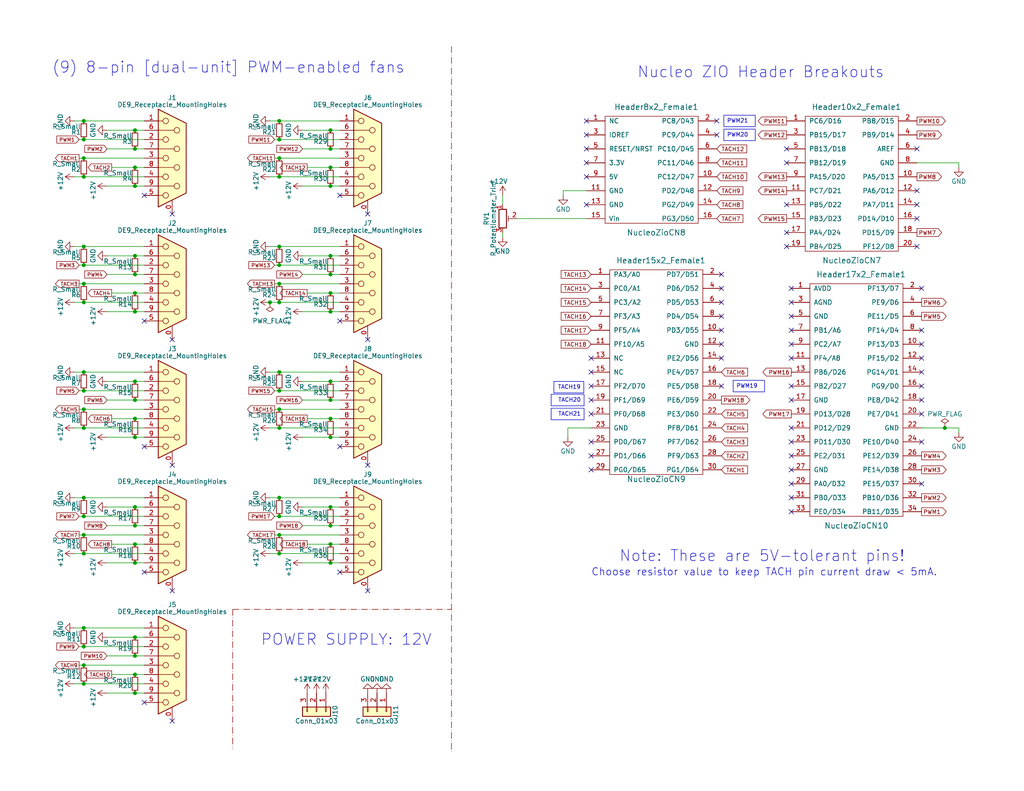
<source format=kicad_sch>
(kicad_sch (version 20230121) (generator eeschema)
  (paper "USLetter")
  (title_block (title "Fan Control Shield - Zio Headers - 9-pin dsub - DB9") (date "2018-04-08") (rev "1.1.0") (company "Chris Dougherty") (comment 1 "Author:"))
  (junction (at 76.2 77.47))
  (junction (at 22.86 72.39))
  (junction (at 22.86 43.18))
  (junction (at 36.83 114.3))
  (junction (at 76.2 111.76))
  (junction (at 36.83 153.67))
  (junction (at 36.83 104.14))
  (junction (at 76.2 135.89))
  (junction (at 90.17 74.93))
  (junction (at 76.2 106.68))
  (junction (at 73.66 82.55))
  (junction (at 36.83 138.43))
  (junction (at 90.17 119.38))
  (junction (at 36.83 189.23))
  (junction (at 76.2 101.6))
  (junction (at 76.2 151.13))
  (junction (at 22.86 181.61))
  (junction (at 76.2 43.18))
  (junction (at 36.83 35.56))
  (junction (at 22.86 106.68))
  (junction (at 36.83 85.09))
  (junction (at 76.2 67.31))
  (junction (at 76.2 116.84))
  (junction (at 90.17 138.43))
  (junction (at 90.17 109.22))
  (junction (at 22.86 48.26))
  (junction (at 36.83 184.15))
  (junction (at 90.17 45.72))
  (junction (at 22.86 77.47))
  (junction (at 22.86 67.31))
  (junction (at 90.17 35.56))
  (junction (at 257.81 116.84))
  (junction (at 76.2 33.02))
  (junction (at 36.83 143.51))
  (junction (at 36.83 148.59))
  (junction (at 90.17 69.85))
  (junction (at 36.83 109.22))
  (junction (at 22.86 140.97))
  (junction (at 36.83 80.01))
  (junction (at 90.17 114.3))
  (junction (at 22.86 33.02))
  (junction (at 90.17 80.01))
  (junction (at 90.17 85.09))
  (junction (at 36.83 69.85))
  (junction (at 22.86 176.53))
  (junction (at 22.86 151.13))
  (junction (at 36.83 74.93))
  (junction (at 22.86 82.55))
  (junction (at 36.83 179.07))
  (junction (at 76.2 72.39))
  (junction (at 22.86 111.76))
  (junction (at 76.2 146.05))
  (junction (at 90.17 153.67))
  (junction (at 22.86 135.89))
  (junction (at 90.17 143.51))
  (junction (at 90.17 50.8))
  (junction (at 90.17 40.64))
  (junction (at 36.83 173.99))
  (junction (at 36.83 119.38))
  (junction (at 36.83 45.72))
  (junction (at 76.2 48.26))
  (junction (at 22.86 146.05))
  (junction (at 22.86 171.45))
  (junction (at 76.2 82.55))
  (junction (at 90.17 104.14))
  (junction (at 76.2 140.97))
  (junction (at 90.17 148.59))
  (junction (at 76.2 38.1))
  (junction (at 36.83 50.8))
  (junction (at 22.86 186.69))
  (junction (at 22.86 116.84))
  (junction (at 36.83 40.64))
  (junction (at 22.86 101.6))
  (junction (at 22.86 38.1))
  (no_connect (at 161.29 97.79))
  (no_connect (at 196.85 74.93))
  (no_connect (at 251.46 109.22))
  (no_connect (at 250.19 55.88))
  (no_connect (at 39.37 156.21))
  (no_connect (at 215.9 109.22))
  (no_connect (at 215.9 82.55))
  (no_connect (at 215.9 78.74))
  (no_connect (at 251.46 97.79))
  (no_connect (at 215.9 124.46))
  (no_connect (at 215.9 120.65))
  (no_connect (at 215.9 132.08))
  (no_connect (at 46.99 127))
  (no_connect (at 251.46 105.41))
  (no_connect (at 215.9 105.41))
  (no_connect (at 39.37 53.34))
  (no_connect (at 195.58 33.02))
  (no_connect (at 161.29 124.46))
  (no_connect (at 214.63 44.45))
  (no_connect (at 100.33 127))
  (no_connect (at 215.9 135.89))
  (no_connect (at 196.85 82.55))
  (no_connect (at 161.29 113.03))
  (no_connect (at 92.71 53.34))
  (no_connect (at 196.85 86.36))
  (no_connect (at 215.9 90.17))
  (no_connect (at 214.63 40.64))
  (no_connect (at 250.19 40.64))
  (no_connect (at 161.29 101.6))
  (no_connect (at 161.29 105.41))
  (no_connect (at 39.37 191.77))
  (no_connect (at 160.02 44.45))
  (no_connect (at 250.19 59.69))
  (no_connect (at 214.63 67.31))
  (no_connect (at 251.46 132.08))
  (no_connect (at 46.99 92.71))
  (no_connect (at 250.19 52.07))
  (no_connect (at 161.29 109.22))
  (no_connect (at 196.85 78.74))
  (no_connect (at 251.46 120.65))
  (no_connect (at 196.85 90.17))
  (no_connect (at 251.46 90.17))
  (no_connect (at 196.85 97.79))
  (no_connect (at 251.46 93.98))
  (no_connect (at 215.9 139.7))
  (no_connect (at 161.29 120.65))
  (no_connect (at 46.99 196.85))
  (no_connect (at 215.9 86.36))
  (no_connect (at 160.02 48.26))
  (no_connect (at 160.02 36.83))
  (no_connect (at 92.71 156.21))
  (no_connect (at 46.99 161.29))
  (no_connect (at 214.63 55.88))
  (no_connect (at 215.9 93.98))
  (no_connect (at 215.9 97.79))
  (no_connect (at 160.02 40.64))
  (no_connect (at 196.85 93.98))
  (no_connect (at 100.33 58.42))
  (no_connect (at 160.02 33.02))
  (no_connect (at 100.33 161.29))
  (no_connect (at 92.71 87.63))
  (no_connect (at 46.99 58.42))
  (no_connect (at 39.37 87.63))
  (no_connect (at 161.29 128.27))
  (no_connect (at 251.46 101.6))
  (no_connect (at 196.85 105.41))
  (no_connect (at 250.19 67.31))
  (no_connect (at 39.37 121.92))
  (no_connect (at 251.46 78.74))
  (no_connect (at 215.9 128.27))
  (no_connect (at 160.02 55.88))
  (no_connect (at 100.33 92.71))
  (no_connect (at 92.71 121.92))
  (no_connect (at 195.58 36.83))
  (no_connect (at 251.46 113.03))
  (no_connect (at 215.9 116.84))
  (no_connect (at 214.63 63.5))
  (wire (pts (xy 73.66 135.89) (xy 76.2 135.89)))
  (wire (pts (xy 82.55 138.43) (xy 90.17 138.43)))
  (wire (pts (xy 30.48 45.72) (xy 36.83 45.72)))
  (wire (pts (xy 22.86 106.68) (xy 39.37 106.68)))
  (wire (pts (xy 22.86 48.26) (xy 39.37 48.26)))
  (wire (pts (xy 90.17 80.01) (xy 92.71 80.01)))
  (wire (pts (xy 20.32 186.69) (xy 22.86 186.69)))
  (wire (pts (xy 29.21 74.93) (xy 36.83 74.93)))
  (wire (pts (xy 82.55 153.67) (xy 90.17 153.67)))
  (wire (pts (xy 82.55 50.8) (xy 90.17 50.8)))
  (wire (pts (xy 82.55 35.56) (xy 90.17 35.56)))
  (wire (pts (xy 73.66 151.13) (xy 76.2 151.13)))
  (wire (pts (xy 36.83 69.85) (xy 39.37 69.85)))
  (wire (pts (xy 74.93 111.76) (xy 76.2 111.76)))
  (wire (pts (xy 22.86 77.47) (xy 39.37 77.47)))
  (wire (pts (xy 74.93 72.39) (xy 76.2 72.39)))
  (wire (pts (xy 82.55 119.38) (xy 90.17 119.38)))
  (wire (pts (xy 36.83 143.51) (xy 39.37 143.51)))
  (wire (pts (xy 90.17 85.09) (xy 92.71 85.09)))
  (wire (pts (xy 21.59 106.68) (xy 22.86 106.68)))
  (wire (pts (xy 30.48 148.59) (xy 36.83 148.59)))
  (wire (pts (xy 83.82 114.3) (xy 90.17 114.3)))
  (wire (pts (xy 20.32 33.02) (xy 22.86 33.02)))
  (wire (pts (xy 22.86 43.18) (xy 39.37 43.18)))
  (wire (pts (xy 82.55 40.64) (xy 90.17 40.64)))
  (wire (pts (xy 261.62 45.72) (xy 261.62 44.45)))
  (wire (pts (xy 90.17 40.64) (xy 92.71 40.64)))
  (wire (pts (xy 90.17 74.93) (xy 92.71 74.93)))
  (wire (pts (xy 29.21 173.99) (xy 36.83 173.99)))
  (wire (pts (xy 76.2 82.55) (xy 92.71 82.55)))
  (wire (pts (xy 29.21 119.38) (xy 36.83 119.38)))
  (wire (pts (xy 76.2 146.05) (xy 92.71 146.05)))
  (wire (pts (xy 22.86 82.55) (xy 39.37 82.55)))
  (wire (pts (xy 21.59 77.47) (xy 22.86 77.47)))
  (wire (pts (xy 261.62 44.45) (xy 250.19 44.45)))
  (wire (pts (xy 76.2 33.02) (xy 92.71 33.02)))
  (wire (pts (xy 36.83 35.56) (xy 39.37 35.56)))
  (wire (pts (xy 29.21 104.14) (xy 36.83 104.14)))
  (wire (pts (xy 30.48 184.15) (xy 36.83 184.15)))
  (wire (pts (xy 29.21 35.56) (xy 36.83 35.56)))
  (wire (pts (xy 76.2 106.68) (xy 92.71 106.68)))
  (wire (pts (xy 22.86 67.31) (xy 39.37 67.31)))
  (wire (pts (xy 22.86 33.02) (xy 39.37 33.02)))
  (wire (pts (xy 90.17 153.67) (xy 92.71 153.67)))
  (wire (pts (xy 73.66 82.55) (xy 76.2 82.55)))
  (wire (pts (xy 154.94 116.84) (xy 154.94 119.38)))
  (wire (pts (xy 22.86 171.45) (xy 39.37 171.45)))
  (wire (pts (xy 36.83 148.59) (xy 39.37 148.59)))
  (wire (pts (xy 140.97 59.69) (xy 160.02 59.69)))
  (wire (pts (xy 82.55 109.22) (xy 90.17 109.22)))
  (wire (pts (xy 22.86 116.84) (xy 39.37 116.84)))
  (wire (pts (xy 21.59 140.97) (xy 22.86 140.97)))
  (wire (pts (xy 29.21 138.43) (xy 36.83 138.43)))
  (wire (pts (xy 257.81 116.84) (xy 261.62 116.84)))
  (wire (pts (xy 76.2 67.31) (xy 92.71 67.31)))
  (wire (pts (xy 29.21 85.09) (xy 36.83 85.09)))
  (wire (pts (xy 21.59 111.76) (xy 22.86 111.76)))
  (wire (pts (xy 90.17 69.85) (xy 92.71 69.85)))
  (wire (pts (xy 90.17 35.56) (xy 92.71 35.56)))
  (wire (pts (xy 90.17 148.59) (xy 92.71 148.59)))
  (wire (pts (xy 82.55 85.09) (xy 90.17 85.09)))
  (wire (pts (xy 36.83 114.3) (xy 39.37 114.3)))
  (wire (pts (xy 20.32 151.13) (xy 22.86 151.13)))
  (wire (pts (xy 90.17 143.51) (xy 92.71 143.51)))
  (wire (pts (xy 36.83 179.07) (xy 39.37 179.07)))
  (wire (pts (xy 36.83 85.09) (xy 39.37 85.09)))
  (wire (pts (xy 29.21 50.8) (xy 36.83 50.8)))
  (wire (pts (xy 82.55 104.14) (xy 90.17 104.14)))
  (wire (pts (xy 22.86 72.39) (xy 39.37 72.39)))
  (wire (pts (xy 36.83 45.72) (xy 39.37 45.72)))
  (wire (pts (xy 22.86 140.97) (xy 39.37 140.97)))
  (wire (pts (xy 76.2 140.97) (xy 92.71 140.97)))
  (wire (pts (xy 90.17 114.3) (xy 92.71 114.3)))
  (wire (pts (xy 83.82 45.72) (xy 90.17 45.72)))
  (wire (pts (xy 36.83 119.38) (xy 39.37 119.38)))
  (wire (pts (xy 22.86 181.61) (xy 39.37 181.61)))
  (wire (pts (xy 29.21 179.07) (xy 36.83 179.07)))
  (wire (pts (xy 36.83 50.8) (xy 39.37 50.8)))
  (wire (pts (xy 74.93 106.68) (xy 76.2 106.68)))
  (wire (pts (xy 29.21 40.64) (xy 36.83 40.64)))
  (wire (pts (xy 36.83 153.67) (xy 39.37 153.67)))
  (wire (pts (xy 22.86 151.13) (xy 39.37 151.13)))
  (wire (pts (xy 22.86 135.89) (xy 39.37 135.89)))
  (wire (pts (xy 251.46 116.84) (xy 257.81 116.84)))
  (wire (pts (xy 76.2 151.13) (xy 92.71 151.13)))
  (wire (pts (xy 36.83 104.14) (xy 39.37 104.14)))
  (wire (pts (xy 74.93 38.1) (xy 76.2 38.1)))
  (wire (pts (xy 20.32 101.6) (xy 22.86 101.6)))
  (wire (pts (xy 21.59 176.53) (xy 22.86 176.53)))
  (polyline (pts (xy 63.5 166.37) (xy 63.5 204.47)) (stroke (width 0) (type dash_dot) (color 132 0 0 1)))
  (wire (pts (xy 22.86 176.53) (xy 39.37 176.53)))
  (wire (pts (xy 36.83 173.99) (xy 39.37 173.99)))
  (wire (pts (xy 74.93 43.18) (xy 76.2 43.18)))
  (wire (pts (xy 90.17 50.8) (xy 92.71 50.8)))
  (wire (pts (xy 36.83 80.01) (xy 39.37 80.01)))
  (wire (pts (xy 82.55 143.51) (xy 90.17 143.51)))
  (wire (pts (xy 74.93 140.97) (xy 76.2 140.97)))
  (wire (pts (xy 261.62 116.84) (xy 261.62 118.11)))
  (wire (pts (xy 73.66 33.02) (xy 76.2 33.02)))
  (wire (pts (xy 73.66 48.26) (xy 76.2 48.26)))
  (wire (pts (xy 160.02 52.07) (xy 153.67 52.07)))
  (wire (pts (xy 76.2 116.84) (xy 92.71 116.84)))
  (wire (pts (xy 90.17 104.14) (xy 92.71 104.14)))
  (wire (pts (xy 20.32 171.45) (xy 22.86 171.45)))
  (wire (pts (xy 22.86 186.69) (xy 39.37 186.69)))
  (wire (pts (xy 20.32 135.89) (xy 22.86 135.89)))
  (wire (pts (xy 20.32 67.31) (xy 22.86 67.31)))
  (wire (pts (xy 82.55 74.93) (xy 90.17 74.93)))
  (wire (pts (xy 36.83 74.93) (xy 39.37 74.93)))
  (wire (pts (xy 76.2 135.89) (xy 92.71 135.89)))
  (wire (pts (xy 76.2 38.1) (xy 92.71 38.1)))
  (wire (pts (xy 90.17 119.38) (xy 92.71 119.38)))
  (wire (pts (xy 22.86 146.05) (xy 39.37 146.05)))
  (wire (pts (xy 21.59 43.18) (xy 22.86 43.18)))
  (wire (pts (xy 21.59 72.39) (xy 22.86 72.39)))
  (wire (pts (xy 82.55 69.85) (xy 90.17 69.85)))
  (wire (pts (xy 76.2 77.47) (xy 92.71 77.47)))
  (wire (pts (xy 20.32 82.55) (xy 22.86 82.55)))
  (wire (pts (xy 74.93 77.47) (xy 76.2 77.47)))
  (wire (pts (xy 76.2 43.18) (xy 92.71 43.18)))
  (wire (pts (xy 22.86 111.76) (xy 39.37 111.76)))
  (wire (pts (xy 161.29 116.84) (xy 154.94 116.84)))
  (wire (pts (xy 30.48 114.3) (xy 36.83 114.3)))
  (wire (pts (xy 36.83 40.64) (xy 39.37 40.64)))
  (wire (pts (xy 21.59 146.05) (xy 22.86 146.05)))
  (wire (pts (xy 29.21 143.51) (xy 36.83 143.51)))
  (wire (pts (xy 76.2 101.6) (xy 92.71 101.6)))
  (wire (pts (xy 90.17 138.43) (xy 92.71 138.43)))
  (wire (pts (xy 21.59 181.61) (xy 22.86 181.61)))
  (polyline (pts (xy 63.5 166.37) (xy 123.19 166.37)) (stroke (width 0) (type dash_dot) (color 132 0 0 1)))
  (wire (pts (xy 73.66 101.6) (xy 76.2 101.6)))
  (wire (pts (xy 36.83 184.15) (xy 39.37 184.15)))
  (wire (pts (xy 137.16 55.88) (xy 137.16 53.34)))
  (wire (pts (xy 83.82 80.01) (xy 90.17 80.01)))
  (wire (pts (xy 90.17 45.72) (xy 92.71 45.72)))
  (wire (pts (xy 137.16 63.5) (xy 137.16 64.77)))
  (wire (pts (xy 153.67 52.07) (xy 153.67 53.34)))
  (wire (pts (xy 29.21 153.67) (xy 36.83 153.67)))
  (wire (pts (xy 22.86 101.6) (xy 39.37 101.6)))
  (wire (pts (xy 22.86 38.1) (xy 39.37 38.1)))
  (wire (pts (xy 83.82 148.59) (xy 90.17 148.59)))
  (wire (pts (xy 36.83 138.43) (xy 39.37 138.43)))
  (wire (pts (xy 76.2 72.39) (xy 92.71 72.39)))
  (wire (pts (xy 30.48 80.01) (xy 36.83 80.01)))
  (wire (pts (xy 76.2 111.76) (xy 92.71 111.76)))
  (wire (pts (xy 21.59 38.1) (xy 22.86 38.1)))
  (wire (pts (xy 29.21 69.85) (xy 36.83 69.85)))
  (wire (pts (xy 20.32 116.84) (xy 22.86 116.84)))
  (wire (pts (xy 74.93 146.05) (xy 76.2 146.05)))
  (wire (pts (xy 73.66 116.84) (xy 76.2 116.84)))
  (wire (pts (xy 36.83 189.23) (xy 39.37 189.23)))
  (polyline (pts (xy 123.19 12.7) (xy 123.19 205.74)) (stroke (width 0) (type dash_dot) (color 132 0 0 1)))
  (wire (pts (xy 29.21 109.22) (xy 36.83 109.22)))
  (wire (pts (xy 20.32 48.26) (xy 22.86 48.26)))
  (wire (pts (xy 73.66 67.31) (xy 76.2 67.31)))
  (wire (pts (xy 29.21 189.23) (xy 36.83 189.23)))
  (wire (pts (xy 36.83 109.22) (xy 39.37 109.22)))
  (wire (pts (xy 76.2 48.26) (xy 92.71 48.26)))
  (wire (pts (xy 90.17 109.22) (xy 92.71 109.22)))
  (text_box "PWM20" (at 197.5057 35.2597 0) (size 8.5635 3.1406) (effects (font (size 1.0922 1.0922)) (justify left top)))
  (text_box "PWM21" (at 197.5057 31.4497 0) (size 8.5635 3.1406) (effects (font (size 1.0922 1.0922)) (justify left top)))
  (text_box "TACH19" (at 151.13 104.14 0) (size 8.1605 3.1406) (effects (font (size 1.0922 1.0922)) (justify right top)))
  (text_box "PWM19" (at 200.0457 103.8397 0) (size 8.5635 3.1406) (effects (font (size 1.0922 1.0922)) (justify left top)))
  (text_box "TACH21" (at 150.3846 111.4597 0) (size 8.9797 3.1406) (effects (font (size 1.0922 1.0922)) (justify right top)))
  (text_box "TACH20" (at 150.3846 107.6497 0) (size 8.9797 3.1406) (effects (font (size 1.0922 1.0922)) (justify right top)))
  (text "POWER SUPPLY: 12V" (at 71.12 176.53 0) (effects (font (size 3 3)) (justify left bottom)))
  (text "(9) 8-pin [dual-unit] PWM-enabled fans" (at 110.49 20.32 0) (effects (font (size 3 3)) (justify right bottom)))
  (text "Nucleo ZIO Header Breakouts\n" (at 241.3 21.59 0) (effects (font (size 3 3)) (justify right bottom)))
  (text "Choose resistor value to keep TACH pin current draw < 5mA.\n" (at 161.29 157.48 0) (effects (font (size 2 2)) (justify left bottom)))
  (text "Note: These are 5V-tolerant pins! \n" (at 168.91 153.67 0) (effects (font (size 3 3)) (justify left bottom)))
  (global_label "PWM6" (shape input) (at 29.21 109.22 180) (effects (font (size 0.9906 0.9906))) (property "Intersheetrefs" "${INTERSHEET_REFS}" (effects hide)))
  (global_label "TACH5" (shape output) (at 21.59 111.76 180) (effects (font (size 0.9906 0.9906))) (property "Intersheetrefs" "${INTERSHEET_REFS}" (effects hide)))
  (global_label "TACH4" (shape input) (at 196.85 116.84 0) (effects (font (size 1.0922 1.0922))) (property "Intersheetrefs" "${INTERSHEET_REFS}" (effects hide)))
  (global_label "TACH6" (shape output) (at 30.48 114.3 180) (effects (font (size 0.9906 0.9906))) (property "Intersheetrefs" "${INTERSHEET_REFS}" (effects hide)))
  (global_label "TACH15" (shape output) (at 74.93 111.76 180) (effects (font (size 0.9906 0.9906))) (property "Intersheetrefs" "${INTERSHEET_REFS}" (effects hide)))
  (global_label "PWM10" (shape input) (at 29.21 179.07 180) (effects (font (size 0.9906 0.9906))) (property "Intersheetrefs" "${INTERSHEET_REFS}" (effects hide)))
  (global_label "TACH3" (shape input) (at 196.85 120.65 0) (effects (font (size 1.0922 1.0922))) (property "Intersheetrefs" "${INTERSHEET_REFS}" (effects hide)))
  (global_label "TACH2" (shape output) (at 30.48 45.72 180) (effects (font (size 0.9906 0.9906))) (property "Intersheetrefs" "${INTERSHEET_REFS}" (effects hide)))
  (global_label "PWM16" (shape output) (at 215.9 101.6 180) (effects (font (size 1.0922 1.0922))) (property "Intersheetrefs" "${INTERSHEET_REFS}" (effects hide)))
  (global_label "TACH7" (shape input) (at 195.58 59.69 0) (effects (font (size 1.0922 1.0922))) (property "Intersheetrefs" "${INTERSHEET_REFS}" (effects hide)))
  (global_label "PWM16" (shape input) (at 82.55 109.22 180) (effects (font (size 0.9906 0.9906))) (property "Intersheetrefs" "${INTERSHEET_REFS}" (effects hide)))
  (global_label "TACH8" (shape input) (at 195.58 55.88 0) (effects (font (size 1.0922 1.0922))) (property "Intersheetrefs" "${INTERSHEET_REFS}" (effects hide)))
  (global_label "TACH11" (shape input) (at 195.58 44.45 0) (effects (font (size 1.0922 1.0922))) (property "Intersheetrefs" "${INTERSHEET_REFS}" (effects hide)))
  (global_label "TACH8" (shape output) (at 30.48 148.59 180) (effects (font (size 0.9906 0.9906))) (property "Intersheetrefs" "${INTERSHEET_REFS}" (effects hide)))
  (global_label "PWM5" (shape output) (at 251.46 86.36 0) (effects (font (size 1.0922 1.0922))) (property "Intersheetrefs" "${INTERSHEET_REFS}" (effects hide)))
  (global_label "TACH2" (shape input) (at 196.85 124.46 0) (effects (font (size 1.0922 1.0922))) (property "Intersheetrefs" "${INTERSHEET_REFS}" (effects hide)))
  (global_label "TACH17" (shape output) (at 74.93 146.05 180) (effects (font (size 0.9906 0.9906))) (property "Intersheetrefs" "${INTERSHEET_REFS}" (effects hide)))
  (global_label "PWM7" (shape output) (at 250.19 63.5 0) (effects (font (size 1.0922 1.0922))) (property "Intersheetrefs" "${INTERSHEET_REFS}" (effects hide)))
  (global_label "TACH16" (shape output) (at 83.82 114.3 180) (effects (font (size 0.9906 0.9906))) (property "Intersheetrefs" "${INTERSHEET_REFS}" (effects hide)))
  (global_label "TACH13" (shape output) (at 74.93 77.47 180) (effects (font (size 0.9906 0.9906))) (property "Intersheetrefs" "${INTERSHEET_REFS}" (effects hide)))
  (global_label "TACH15" (shape input) (at 161.29 82.55 180) (effects (font (size 1.0922 1.0922))) (property "Intersheetrefs" "${INTERSHEET_REFS}" (effects hide)))
  (global_label "PWM17" (shape input) (at 74.93 140.97 180) (effects (font (size 0.9906 0.9906))) (property "Intersheetrefs" "${INTERSHEET_REFS}" (effects hide)))
  (global_label "TACH4" (shape output) (at 30.48 80.01 180) (effects (font (size 0.9906 0.9906))) (property "Intersheetrefs" "${INTERSHEET_REFS}" (effects hide)))
  (global_label "TACH14" (shape output) (at 83.82 80.01 180) (effects (font (size 0.9906 0.9906))) (property "Intersheetrefs" "${INTERSHEET_REFS}" (effects hide)))
  (global_label "PWM10" (shape output) (at 250.19 33.02 0) (effects (font (size 1.0922 1.0922))) (property "Intersheetrefs" "${INTERSHEET_REFS}" (effects hide)))
  (global_label "PWM15" (shape output) (at 214.63 59.69 180) (effects (font (size 1.0922 1.0922))) (property "Intersheetrefs" "${INTERSHEET_REFS}" (effects hide)))
  (global_label "PWM7" (shape input) (at 21.59 140.97 180) (effects (font (size 0.9906 0.9906))) (property "Intersheetrefs" "${INTERSHEET_REFS}" (effects hide)))
  (global_label "TACH10" (shape output) (at 30.48 184.15 180) (effects (font (size 0.9906 0.9906))) (property "Intersheetrefs" "${INTERSHEET_REFS}" (effects hide)))
  (global_label "TACH18" (shape input) (at 161.29 93.98 180) (effects (font (size 1.0922 1.0922))) (property "Intersheetrefs" "${INTERSHEET_REFS}" (effects hide)))
  (global_label "PWM3" (shape input) (at 21.59 72.39 180) (effects (font (size 0.9906 0.9906))) (property "Intersheetrefs" "${INTERSHEET_REFS}" (effects hide)))
  (global_label "PWM9" (shape output) (at 250.19 36.83 0) (effects (font (size 1.0922 1.0922))) (property "Intersheetrefs" "${INTERSHEET_REFS}" (effects hide)))
  (global_label "TACH1" (shape input) (at 196.85 128.27 0) (effects (font (size 1.0922 1.0922))) (property "Intersheetrefs" "${INTERSHEET_REFS}" (effects hide)))
  (global_label "PWM2" (shape input) (at 29.21 40.64 180) (effects (font (size 0.9906 0.9906))) (property "Intersheetrefs" "${INTERSHEET_REFS}" (effects hide)))
  (global_label "TACH16" (shape input) (at 161.29 86.36 180) (effects (font (size 1.0922 1.0922))) (property "Intersheetrefs" "${INTERSHEET_REFS}" (effects hide)))
  (global_label "PWM13" (shape output) (at 214.63 48.26 180) (effects (font (size 1.0922 1.0922))) (property "Intersheetrefs" "${INTERSHEET_REFS}" (effects hide)))
  (global_label "TACH11" (shape output) (at 74.93 43.18 180) (effects (font (size 0.9906 0.9906))) (property "Intersheetrefs" "${INTERSHEET_REFS}" (effects hide)))
  (global_label "TACH5" (shape input) (at 196.85 113.03 0) (effects (font (size 1.0922 1.0922))) (property "Intersheetrefs" "${INTERSHEET_REFS}" (effects hide)))
  (global_label "TACH10" (shape input) (at 195.58 48.26 0) (effects (font (size 1.0922 1.0922))) (property "Intersheetrefs" "${INTERSHEET_REFS}" (effects hide)))
  (global_label "PWM9" (shape input) (at 21.59 176.53 180) (effects (font (size 0.9906 0.9906))) (property "Intersheetrefs" "${INTERSHEET_REFS}" (effects hide)))
  (global_label "PWM2" (shape output) (at 251.46 135.89 0) (effects (font (size 1.0922 1.0922))) (property "Intersheetrefs" "${INTERSHEET_REFS}" (effects hide)))
  (global_label "TACH17" (shape input) (at 161.29 90.17 180) (effects (font (size 1.0922 1.0922))) (property "Intersheetrefs" "${INTERSHEET_REFS}" (effects hide)))
  (global_label "TACH14" (shape input) (at 161.29 78.74 180) (effects (font (size 1.0922 1.0922))) (property "Intersheetrefs" "${INTERSHEET_REFS}" (effects hide)))
  (global_label "PWM8" (shape input) (at 29.21 143.51 180) (effects (font (size 0.9906 0.9906))) (property "Intersheetrefs" "${INTERSHEET_REFS}" (effects hide)))
  (global_label "TACH9" (shape input) (at 195.58 52.07 0) (effects (font (size 1.0922 1.0922))) (property "Intersheetrefs" "${INTERSHEET_REFS}" (effects hide)))
  (global_label "TACH9" (shape output) (at 21.59 181.61 180) (effects (font (size 0.9906 0.9906))) (property "Intersheetrefs" "${INTERSHEET_REFS}" (effects hide)))
  (global_label "PWM8" (shape output) (at 250.19 48.26 0) (effects (font (size 1.0922 1.0922))) (property "Intersheetrefs" "${INTERSHEET_REFS}" (effects hide)))
  (global_label "PWM6" (shape output) (at 251.46 82.55 0) (effects (font (size 1.0922 1.0922))) (property "Intersheetrefs" "${INTERSHEET_REFS}" (effects hide)))
  (global_label "PWM14" (shape input) (at 82.55 74.93 180) (effects (font (size 0.9906 0.9906))) (property "Intersheetrefs" "${INTERSHEET_REFS}" (effects hide)))
  (global_label "PWM1" (shape output) (at 251.46 139.7 0) (effects (font (size 1.0922 1.0922))) (property "Intersheetrefs" "${INTERSHEET_REFS}" (effects hide)))
  (global_label "PWM12" (shape output) (at 214.63 36.83 180) (effects (font (size 1.0922 1.0922))) (property "Intersheetrefs" "${INTERSHEET_REFS}" (effects hide)))
  (global_label "PWM13" (shape input) (at 74.93 72.39 180) (effects (font (size 0.9906 0.9906))) (property "Intersheetrefs" "${INTERSHEET_REFS}" (effects hide)))
  (global_label "PWM12" (shape input) (at 82.55 40.64 180) (effects (font (size 0.9906 0.9906))) (property "Intersheetrefs" "${INTERSHEET_REFS}" (effects hide)))
  (global_label "TACH18" (shape output) (at 83.82 148.59 180) (effects (font (size 0.9906 0.9906))) (property "Intersheetrefs" "${INTERSHEET_REFS}" (effects hide)))
  (global_label "PWM17" (shape output) (at 215.9 113.03 180) (effects (font (size 1.0922 1.0922))) (property "Intersheetrefs" "${INTERSHEET_REFS}" (effects hide)))
  (global_label "PWM5" (shape input) (at 21.59 106.68 180) (effects (font (size 0.9906 0.9906))) (property "Intersheetrefs" "${INTERSHEET_REFS}" (effects hide)))
  (global_label "PWM11" (shape input) (at 74.93 38.1 180) (effects (font (size 0.9906 0.9906))) (property "Intersheetrefs" "${INTERSHEET_REFS}" (effects hide)))
  (global_label "PWM14" (shape output) (at 214.63 52.07 180) (effects (font (size 1.0922 1.0922))) (property "Intersheetrefs" "${INTERSHEET_REFS}" (effects hide)))
  (global_label "TACH12" (shape input) (at 195.58 40.64 0) (effects (font (size 1.0922 1.0922))) (property "Intersheetrefs" "${INTERSHEET_REFS}" (effects hide)))
  (global_label "PWM18" (shape output) (at 196.85 109.22 0) (effects (font (size 1.0922 1.0922))) (property "Intersheetrefs" "${INTERSHEET_REFS}" (effects hide)))
  (global_label "TACH13" (shape input) (at 161.29 74.93 180) (effects (font (size 1.0922 1.0922))) (property "Intersheetrefs" "${INTERSHEET_REFS}" (effects hide)))
  (global_label "PWM3" (shape output) (at 251.46 128.27 0) (effects (font (size 1.0922 1.0922))) (property "Intersheetrefs" "${INTERSHEET_REFS}" (effects hide)))
  (global_label "PWM4" (shape output) (at 251.46 124.46 0) (effects (font (size 1.0922 1.0922))) (property "Intersheetrefs" "${INTERSHEET_REFS}" (effects hide)))
  (global_label "TACH7" (shape output) (at 21.59 146.05 180) (effects (font (size 0.9906 0.9906))) (property "Intersheetrefs" "${INTERSHEET_REFS}" (effects hide)))
  (global_label "PWM1" (shape input) (at 21.59 38.1 180) (effects (font (size 0.9906 0.9906))) (property "Intersheetrefs" "${INTERSHEET_REFS}" (effects hide)))
  (global_label "TACH6" (shape input) (at 196.85 101.6 0) (effects (font (size 1.0922 1.0922))) (property "Intersheetrefs" "${INTERSHEET_REFS}" (effects hide)))
  (global_label "PWM4" (shape input) (at 29.21 74.93 180) (effects (font (size 0.9906 0.9906))) (property "Intersheetrefs" "${INTERSHEET_REFS}" (effects hide)))
  (global_label "PWM15" (shape input) (at 74.93 106.68 180) (effects (font (size 0.9906 0.9906))) (property "Intersheetrefs" "${INTERSHEET_REFS}" (effects hide)))
  (global_label "PWM11" (shape output) (at 214.63 33.02 180) (effects (font (size 1.0922 1.0922))) (property "Intersheetrefs" "${INTERSHEET_REFS}" (effects hide)))
  (global_label "PWM18" (shape input) (at 82.55 143.51 180) (effects (font (size 0.9906 0.9906))) (property "Intersheetrefs" "${INTERSHEET_REFS}" (effects hide)))
  (global_label "TACH12" (shape output) (at 83.82 45.72 180) (effects (font (size 0.9906 0.9906))) (property "Intersheetrefs" "${INTERSHEET_REFS}" (effects hide)))
  (global_label "TACH3" (shape output) (at 21.59 77.47 180) (effects (font (size 0.9906 0.9906))) (property "Intersheetrefs" "${INTERSHEET_REFS}" (effects hide)))
  (global_label "TACH1" (shape output) (at 21.59 43.18 180) (effects (font (size 0.9906 0.9906))) (property "Intersheetrefs" "${INTERSHEET_REFS}" (effects hide)))
  (symbol (lib_id "Nucleo_ZIO_cn8:NucleoZioCN8") (at 190.5 85.09 0) (unit 1)
    (property "Reference" "Header8x2_Female1" (at 179.07 29.21 0) (effects (font (size 1.524 1.524))))
    (property "Value" "NucleoZioCN8" (at 179.07 63.5 0) (effects (font (size 1.524 1.524))))
    (property "Footprint" "Nucleo:Socket_Strip_Straight_2x08_Pitch2.54mm" (effects hide))
  )
  (symbol (lib_id "Nucleo_ZIO_cn9:NucleoZioCN9") (at 191.77 127 0) (unit 1)
    (property "Reference" "Header15x2_Female1" (at 180.34 71.12 0) (effects (font (size 1.524 1.524))))
    (property "Value" "NucleoZioCN9" (at 179.07 130.81 0) (effects (font (size 1.524 1.524))))
    (property "Footprint" "Nucleo:Socket_Strip_Straight_2x15_Pitch2.54mm" (effects hide))
  )
  (symbol (lib_id "Nucleo_ZIO_cn7:NucleoZioCN7") (at 245.11 85.09 0) (unit 1)
    (property "Reference" "Header10x2_Female1" (at 233.68 29.21 0) (effects (font (size 1.524 1.524))))
    (property "Value" "NucleoZioCN7" (at 232.41 71.12 0) (effects (font (size 1.524 1.524))))
    (property "Footprint" "Nucleo:Socket_Strip_Straight_2x10_Pitch2.54mm" (effects hide))
  )
  (symbol (lib_id "Nucleo_ZIO_cn10:NucleoZioCN10") (at 246.38 130.81 0) (unit 1)
    (property "Reference" "Header17x2_Female1" (at 234.95 74.93 0) (effects (font (size 1.524 1.524))))
    (property "Value" "NucleoZioCN10" (at 233.68 143.51 0) (effects (font (size 1.524 1.524))))
    (property "Footprint" "Nucleo:Socket_Strip_Straight_2x17_Pitch2.54mm" (effects hide))
  )
  (symbol (lib_id "power:GND") (at 261.62 45.72 0) (unit 1)
    (property "Reference" "#PWR01" (effects hide))
    (property "Value" "GND" (at 261.62 49.53 0))
  )
  (symbol (lib_id "power:GND") (at 153.67 53.34 0) (unit 1)
    (property "Reference" "#PWR02" (effects hide))
    (property "Value" "GND" (at 153.67 57.15 0))
  )
  (symbol (lib_id "power:GND") (at 154.94 119.38 0) (unit 1)
    (property "Reference" "#PWR03" (effects hide))
    (property "Value" "GND" (at 154.94 123.19 0))
  )
  (symbol (lib_id "power:GND") (at 261.62 118.11 0) (unit 1)
    (property "Reference" "#PWR04" (effects hide))
    (property "Value" "GND" (at 261.62 121.92 0))
  )
  (symbol (lib_id "Device:R_Potentiometer_Trim") (at 137.16 59.69 0) (unit 1)
    (property "Reference" "RV1" (at 132.715 59.69 90))
    (property "Value" "R_Potentiometer_Trim" (at 134.62 59.69 90))
    (property "Footprint" "Potentiometer_THT:Potentiometer_Bourns_3266Y_Vertical" (effects hide))
  )
  (symbol (lib_id "power:GND") (at 137.16 64.77 0) (unit 1)
    (property "Reference" "#PWR05" (effects hide))
    (property "Value" "GND" (at 137.16 68.58 0))
  )
  (symbol (lib_id "power:+12V") (at 137.16 53.34 0) (unit 1)
    (property "Reference" "#PWR06" (effects hide))
    (property "Value" "+12V" (at 135.89 49.53 0))
  )
  (symbol (lib_id "Connector:DE9_Receptacle_MountingHoles") (at 46.99 43.18 0) (unit 1)
    (property "Reference" "J1" (at 46.99 26.67 0))
    (property "Value" "DE9_Receptacle_MountingHoles" (at 46.99 28.575 0))
    (property "Footprint" "Package_FAWT:DSUB-9_Female_Vertical_P2.77x2.84mm_MountingHoles" (effects hide))
    (property "Datasheet" " ~" (effects hide))
  )
  (symbol (lib_id "power:GND") (at 20.32 33.02 270) (unit 1)
    (property "Reference" "#PWR07" (effects hide))
    (property "Value" "GND" (at 16.51 33.02 0))
  )
  (symbol (lib_id "Device:R_Small") (at 36.83 48.26 180) (unit 1)
    (property "Reference" "R4" (at 36.068 48.768 0) (effects (justify left)))
    (property "Value" "R_Small" (at 36.068 47.244 0) (effects (justify left)))
    (property "Footprint" "Resistors_SMD:R_1206_HandSoldering" (effects hide))
  )
  (symbol (lib_id "Device:R_Small") (at 22.86 45.72 180) (unit 1)
    (property "Reference" "R2" (at 22.098 46.228 0) (effects (justify left)))
    (property "Value" "R_Small" (at 22.098 44.704 0) (effects (justify left)))
    (property "Footprint" "Resistors_SMD:R_1206_HandSoldering" (effects hide))
  )
  (symbol (lib_id "Device:R_Small") (at 22.86 35.56 180) (unit 1)
    (property "Reference" "R1" (at 22.098 36.068 0) (effects (justify left)))
    (property "Value" "R_Small" (at 22.098 34.544 0) (effects (justify left)))
    (property "Footprint" "Resistors_SMD:R_1206_HandSoldering" (effects hide))
  )
  (symbol (lib_id "Device:R_Small") (at 36.83 38.1 180) (unit 1)
    (property "Reference" "R3" (at 36.068 38.608 0) (effects (justify left)))
    (property "Value" "R_Small" (at 36.068 37.084 0) (effects (justify left)))
    (property "Footprint" "Resistors_SMD:R_1206_HandSoldering" (effects hide))
  )
  (symbol (lib_id "power:+12V") (at 20.32 48.26 90) (unit 1)
    (property "Reference" "#PWR08" (effects hide))
    (property "Value" "+12V" (at 16.51 49.53 0))
  )
  (symbol (lib_id "power:GND") (at 29.21 35.56 270) (unit 1)
    (property "Reference" "#PWR09" (effects hide))
    (property "Value" "GND" (at 25.4 35.56 0))
  )
  (symbol (lib_id "power:+12V") (at 29.21 50.8 90) (unit 1)
    (property "Reference" "#PWR010" (effects hide))
    (property "Value" "+12V" (at 25.4 52.07 0))
  )
  (symbol (lib_id "Connector:DE9_Receptacle_MountingHoles") (at 46.99 77.47 0) (unit 1)
    (property "Reference" "J2" (at 46.99 60.96 0))
    (property "Value" "DE9_Receptacle_MountingHoles" (at 46.99 62.865 0))
    (property "Footprint" "Package_FAWT:DSUB-9_Female_Vertical_P2.77x2.84mm_MountingHoles" (effects hide))
    (property "Datasheet" " ~" (effects hide))
  )
  (symbol (lib_id "Device:R_Small") (at 36.83 82.55 180) (unit 1)
    (property "Reference" "R14" (at 36.068 83.058 0) (effects (justify left)))
    (property "Value" "R_Small" (at 36.068 81.534 0) (effects (justify left)))
    (property "Footprint" "Resistors_SMD:R_1206_HandSoldering" (effects hide))
  )
  (symbol (lib_id "Device:R_Small") (at 22.86 80.01 180) (unit 1)
    (property "Reference" "R6" (at 22.098 80.518 0) (effects (justify left)))
    (property "Value" "R_Small" (at 22.098 78.994 0) (effects (justify left)))
    (property "Footprint" "Resistors_SMD:R_1206_HandSoldering" (effects hide))
  )
  (symbol (lib_id "Device:R_Small") (at 22.86 69.85 180) (unit 1)
    (property "Reference" "R5" (at 22.098 70.358 0) (effects (justify left)))
    (property "Value" "R_Small" (at 22.098 68.834 0) (effects (justify left)))
    (property "Footprint" "Resistors_SMD:R_1206_HandSoldering" (effects hide))
  )
  (symbol (lib_id "Device:R_Small") (at 36.83 72.39 180) (unit 1)
    (property "Reference" "R13" (at 36.068 72.898 0) (effects (justify left)))
    (property "Value" "R_Small" (at 36.068 71.374 0) (effects (justify left)))
    (property "Footprint" "Resistors_SMD:R_1206_HandSoldering" (effects hide))
  )
  (symbol (lib_id "power:GND") (at 20.32 67.31 270) (unit 1)
    (property "Reference" "#PWR011" (effects hide))
    (property "Value" "GND" (at 16.51 67.31 0))
  )
  (symbol (lib_id "power:+12V") (at 20.32 82.55 90) (unit 1)
    (property "Reference" "#PWR012" (effects hide))
    (property "Value" "+12V" (at 16.51 83.82 0))
  )
  (symbol (lib_id "power:GND") (at 29.21 69.85 270) (unit 1)
    (property "Reference" "#PWR013" (effects hide))
    (property "Value" "GND" (at 25.4 69.85 0))
  )
  (symbol (lib_id "power:+12V") (at 29.21 85.09 90) (unit 1)
    (property "Reference" "#PWR014" (effects hide))
    (property "Value" "+12V" (at 25.4 86.36 0))
  )
  (symbol (lib_id "Connector:DE9_Receptacle_MountingHoles") (at 46.99 111.76 0) (unit 1)
    (property "Reference" "J3" (at 46.99 95.25 0))
    (property "Value" "DE9_Receptacle_MountingHoles" (at 46.99 97.155 0))
    (property "Footprint" "Package_FAWT:DSUB-9_Female_Vertical_P2.77x2.84mm_MountingHoles" (effects hide))
    (property "Datasheet" " ~" (effects hide))
  )
  (symbol (lib_id "Device:R_Small") (at 36.83 116.84 180) (unit 1)
    (property "Reference" "R16" (at 36.068 117.348 0) (effects (justify left)))
    (property "Value" "R_Small" (at 36.068 115.824 0) (effects (justify left)))
    (property "Footprint" "Resistors_SMD:R_1206_HandSoldering" (effects hide))
  )
  (symbol (lib_id "Device:R_Small") (at 22.86 114.3 180) (unit 1)
    (property "Reference" "R8" (at 22.098 114.808 0) (effects (justify left)))
    (property "Value" "R_Small" (at 22.098 113.284 0) (effects (justify left)))
    (property "Footprint" "Resistors_SMD:R_1206_HandSoldering" (effects hide))
  )
  (symbol (lib_id "Device:R_Small") (at 22.86 104.14 180) (unit 1)
    (property "Reference" "R7" (at 22.098 104.648 0) (effects (justify left)))
    (property "Value" "R_Small" (at 22.098 103.124 0) (effects (justify left)))
    (property "Footprint" "Resistors_SMD:R_1206_HandSoldering" (effects hide))
  )
  (symbol (lib_id "Device:R_Small") (at 36.83 106.68 180) (unit 1)
    (property "Reference" "R15" (at 36.068 107.188 0) (effects (justify left)))
    (property "Value" "R_Small" (at 36.068 105.664 0) (effects (justify left)))
    (property "Footprint" "Resistors_SMD:R_1206_HandSoldering" (effects hide))
  )
  (symbol (lib_id "power:GND") (at 20.32 101.6 270) (unit 1)
    (property "Reference" "#PWR015" (effects hide))
    (property "Value" "GND" (at 16.51 101.6 0))
  )
  (symbol (lib_id "power:+12V") (at 20.32 116.84 90) (unit 1)
    (property "Reference" "#PWR016" (effects hide))
    (property "Value" "+12V" (at 16.51 118.11 0))
  )
  (symbol (lib_id "power:GND") (at 29.21 104.14 270) (unit 1)
    (property "Reference" "#PWR017" (effects hide))
    (property "Value" "GND" (at 25.4 104.14 0))
  )
  (symbol (lib_id "power:+12V") (at 29.21 119.38 90) (unit 1)
    (property "Reference" "#PWR018" (effects hide))
    (property "Value" "+12V" (at 25.4 120.65 0))
  )
  (symbol (lib_id "Connector:DE9_Receptacle_MountingHoles") (at 46.99 146.05 0) (unit 1)
    (property "Reference" "J4" (at 46.99 129.54 0))
    (property "Value" "DE9_Receptacle_MountingHoles" (at 46.99 131.445 0))
    (property "Footprint" "Package_FAWT:DSUB-9_Female_Vertical_P2.77x2.84mm_MountingHoles" (effects hide))
    (property "Datasheet" " ~" (effects hide))
  )
  (symbol (lib_id "Device:R_Small") (at 36.83 151.13 180) (unit 1)
    (property "Reference" "R18" (at 36.068 151.638 0) (effects (justify left)))
    (property "Value" "R_Small" (at 36.068 150.114 0) (effects (justify left)))
    (property "Footprint" "Resistors_SMD:R_1206_HandSoldering" (effects hide))
  )
  (symbol (lib_id "Device:R_Small") (at 22.86 148.59 180) (unit 1)
    (property "Reference" "R10" (at 22.098 149.098 0) (effects (justify left)))
    (property "Value" "R_Small" (at 22.098 147.574 0) (effects (justify left)))
    (property "Footprint" "Resistors_SMD:R_1206_HandSoldering" (effects hide))
  )
  (symbol (lib_id "Device:R_Small") (at 22.86 138.43 180) (unit 1)
    (property "Reference" "R9" (at 22.098 138.938 0) (effects (justify left)))
    (property "Value" "R_Small" (at 22.098 137.414 0) (effects (justify left)))
    (property "Footprint" "Resistors_SMD:R_1206_HandSoldering" (effects hide))
  )
  (symbol (lib_id "Device:R_Small") (at 36.83 140.97 180) (unit 1)
    (property "Reference" "R17" (at 36.068 141.478 0) (effects (justify left)))
    (property "Value" "R_Small" (at 36.068 139.954 0) (effects (justify left)))
    (property "Footprint" "Resistors_SMD:R_1206_HandSoldering" (effects hide))
  )
  (symbol (lib_id "power:GND") (at 20.32 135.89 270) (unit 1)
    (property "Reference" "#PWR019" (effects hide))
    (property "Value" "GND" (at 16.51 135.89 0))
  )
  (symbol (lib_id "power:+12V") (at 20.32 151.13 90) (unit 1)
    (property "Reference" "#PWR020" (effects hide))
    (property "Value" "+12V" (at 16.51 152.4 0))
  )
  (symbol (lib_id "power:GND") (at 29.21 138.43 270) (unit 1)
    (property "Reference" "#PWR021" (effects hide))
    (property "Value" "GND" (at 25.4 138.43 0))
  )
  (symbol (lib_id "power:+12V") (at 29.21 153.67 90) (unit 1)
    (property "Reference" "#PWR022" (effects hide))
    (property "Value" "+12V" (at 25.4 154.94 0))
  )
  (symbol (lib_id "Connector:DE9_Receptacle_MountingHoles") (at 46.99 181.61 0) (unit 1)
    (property "Reference" "J5" (at 46.99 165.1 0))
    (property "Value" "DE9_Receptacle_MountingHoles" (at 46.99 167.005 0))
    (property "Footprint" "Package_FAWT:DSUB-9_Female_Vertical_P2.77x2.84mm_MountingHoles" (effects hide))
    (property "Datasheet" " ~" (effects hide))
  )
  (symbol (lib_id "Device:R_Small") (at 36.83 186.69 180) (unit 1)
    (property "Reference" "R20" (at 36.068 187.198 0) (effects (justify left)))
    (property "Value" "R_Small" (at 36.068 185.674 0) (effects (justify left)))
    (property "Footprint" "Resistors_SMD:R_1206_HandSoldering" (effects hide))
  )
  (symbol (lib_id "Device:R_Small") (at 22.86 184.15 180) (unit 1)
    (property "Reference" "R12" (at 22.098 184.658 0) (effects (justify left)))
    (property "Value" "R_Small" (at 22.098 183.134 0) (effects (justify left)))
    (property "Footprint" "Resistors_SMD:R_1206_HandSoldering" (effects hide))
  )
  (symbol (lib_id "Device:R_Small") (at 22.86 173.99 180) (unit 1)
    (property "Reference" "R11" (at 22.098 174.498 0) (effects (justify left)))
    (property "Value" "R_Small" (at 22.098 172.974 0) (effects (justify left)))
    (property "Footprint" "Resistors_SMD:R_1206_HandSoldering" (effects hide))
  )
  (symbol (lib_id "Device:R_Small") (at 36.83 176.53 180) (unit 1)
    (property "Reference" "R19" (at 36.068 177.038 0) (effects (justify left)))
    (property "Value" "R_Small" (at 36.068 175.514 0) (effects (justify left)))
    (property "Footprint" "Resistors_SMD:R_1206_HandSoldering" (effects hide))
  )
  (symbol (lib_id "power:GND") (at 20.32 171.45 270) (unit 1)
    (property "Reference" "#PWR023" (effects hide))
    (property "Value" "GND" (at 16.51 171.45 0))
  )
  (symbol (lib_id "power:+12V") (at 20.32 186.69 90) (unit 1)
    (property "Reference" "#PWR024" (effects hide))
    (property "Value" "+12V" (at 16.51 187.96 0))
  )
  (symbol (lib_id "power:GND") (at 29.21 173.99 270) (unit 1)
    (property "Reference" "#PWR025" (effects hide))
    (property "Value" "GND" (at 25.4 173.99 0))
  )
  (symbol (lib_id "power:+12V") (at 29.21 189.23 90) (unit 1)
    (property "Reference" "#PWR026" (effects hide))
    (property "Value" "+12V" (at 25.4 190.5 0))
  )
  (symbol (lib_id "Connector:DE9_Receptacle_MountingHoles") (at 100.33 43.18 0) (unit 1)
    (property "Reference" "J6" (at 100.33 26.67 0))
    (property "Value" "DE9_Receptacle_MountingHoles" (at 100.33 28.575 0))
    (property "Footprint" "Package_FAWT:DSUB-9_Female_Vertical_P2.77x2.84mm_MountingHoles" (effects hide))
    (property "Datasheet" " ~" (effects hide))
  )
  (symbol (lib_id "Device:R_Small") (at 90.17 48.26 180) (unit 1)
    (property "Reference" "R30" (at 89.408 48.768 0) (effects (justify left)))
    (property "Value" "R_Small" (at 89.408 47.244 0) (effects (justify left)))
    (property "Footprint" "Resistors_SMD:R_1206_HandSoldering" (effects hide))
  )
  (symbol (lib_id "Device:R_Small") (at 76.2 45.72 180) (unit 1)
    (property "Reference" "R22" (at 75.438 46.228 0) (effects (justify left)))
    (property "Value" "R_Small" (at 75.438 44.704 0) (effects (justify left)))
    (property "Footprint" "Resistors_SMD:R_1206_HandSoldering" (effects hide))
  )
  (symbol (lib_id "Device:R_Small") (at 76.2 35.56 180) (unit 1)
    (property "Reference" "R21" (at 75.438 36.068 0) (effects (justify left)))
    (property "Value" "R_Small" (at 75.438 34.544 0) (effects (justify left)))
    (property "Footprint" "Resistors_SMD:R_1206_HandSoldering" (effects hide))
  )
  (symbol (lib_id "Device:R_Small") (at 90.17 38.1 180) (unit 1)
    (property "Reference" "R29" (at 89.408 38.608 0) (effects (justify left)))
    (property "Value" "R_Small" (at 89.408 37.084 0) (effects (justify left)))
    (property "Footprint" "Resistors_SMD:R_1206_HandSoldering" (effects hide))
  )
  (symbol (lib_id "power:GND") (at 73.66 33.02 270) (unit 1)
    (property "Reference" "#PWR027" (effects hide))
    (property "Value" "GND" (at 69.85 33.02 0))
  )
  (symbol (lib_id "power:+12V") (at 73.66 48.26 90) (unit 1)
    (property "Reference" "#PWR028" (effects hide))
    (property "Value" "+12V" (at 69.85 49.53 0))
  )
  (symbol (lib_id "power:GND") (at 82.55 35.56 270) (unit 1)
    (property "Reference" "#PWR029" (effects hide))
    (property "Value" "GND" (at 78.74 35.56 0))
  )
  (symbol (lib_id "power:+12V") (at 82.55 50.8 90) (unit 1)
    (property "Reference" "#PWR030" (effects hide))
    (property "Value" "+12V" (at 78.74 52.07 0))
  )
  (symbol (lib_id "Connector:DE9_Receptacle_MountingHoles") (at 100.33 77.47 0) (unit 1)
    (property "Reference" "J7" (at 100.33 60.96 0))
    (property "Value" "DE9_Receptacle_MountingHoles" (at 100.33 62.865 0))
    (property "Footprint" "Package_FAWT:DSUB-9_Female_Vertical_P2.77x2.84mm_MountingHoles" (effects hide))
    (property "Datasheet" " ~" (effects hide))
  )
  (symbol (lib_id "Device:R_Small") (at 90.17 82.55 180) (unit 1)
    (property "Reference" "R32" (at 89.408 83.058 0) (effects (justify left)))
    (property "Value" "R_Small" (at 89.408 81.534 0) (effects (justify left)))
    (property "Footprint" "Resistors_SMD:R_1206_HandSoldering" (effects hide))
  )
  (symbol (lib_id "Device:R_Small") (at 76.2 80.01 180) (unit 1)
    (property "Reference" "R24" (at 75.438 80.518 0) (effects (justify left)))
    (property "Value" "R_Small" (at 75.438 78.994 0) (effects (justify left)))
    (property "Footprint" "Resistors_SMD:R_1206_HandSoldering" (effects hide))
  )
  (symbol (lib_id "Device:R_Small") (at 76.2 69.85 180) (unit 1)
    (property "Reference" "R23" (at 75.438 70.358 0) (effects (justify left)))
    (property "Value" "R_Small" (at 75.438 68.834 0) (effects (justify left)))
    (property "Footprint" "Resistors_SMD:R_1206_HandSoldering" (effects hide))
  )
  (symbol (lib_id "Device:R_Small") (at 90.17 72.39 180) (unit 1)
    (property "Reference" "R31" (at 89.408 72.898 0) (effects (justify left)))
    (property "Value" "R_Small" (at 89.408 71.374 0) (effects (justify left)))
    (property "Footprint" "Resistors_SMD:R_1206_HandSoldering" (effects hide))
  )
  (symbol (lib_id "power:GND") (at 73.66 67.31 270) (unit 1)
    (property "Reference" "#PWR031" (effects hide))
    (property "Value" "GND" (at 69.85 67.31 0))
  )
  (symbol (lib_id "power:+12V") (at 73.66 82.55 90) (unit 1)
    (property "Reference" "#PWR032" (effects hide))
    (property "Value" "+12V" (at 69.85 83.82 0))
  )
  (symbol (lib_id "power:GND") (at 82.55 69.85 270) (unit 1)
    (property "Reference" "#PWR033" (effects hide))
    (property "Value" "GND" (at 78.74 69.85 0))
  )
  (symbol (lib_id "power:+12V") (at 82.55 85.09 90) (unit 1)
    (property "Reference" "#PWR034" (effects hide))
    (property "Value" "+12V" (at 78.74 86.36 0))
  )
  (symbol (lib_id "Connector:DE9_Receptacle_MountingHoles") (at 100.33 111.76 0) (unit 1)
    (property "Reference" "J8" (at 100.33 95.25 0))
    (property "Value" "DE9_Receptacle_MountingHoles" (at 100.33 97.155 0))
    (property "Footprint" "Package_FAWT:DSUB-9_Female_Vertical_P2.77x2.84mm_MountingHoles" (effects hide))
    (property "Datasheet" " ~" (effects hide))
  )
  (symbol (lib_id "Device:R_Small") (at 90.17 116.84 180) (unit 1)
    (property "Reference" "R34" (at 89.408 117.348 0) (effects (justify left)))
    (property "Value" "R_Small" (at 89.408 115.824 0) (effects (justify left)))
    (property "Footprint" "Resistors_SMD:R_1206_HandSoldering" (effects hide))
  )
  (symbol (lib_id "Device:R_Small") (at 76.2 114.3 180) (unit 1)
    (property "Reference" "R26" (at 75.438 114.808 0) (effects (justify left)))
    (property "Value" "R_Small" (at 75.438 113.284 0) (effects (justify left)))
    (property "Footprint" "Resistors_SMD:R_1206_HandSoldering" (effects hide))
  )
  (symbol (lib_id "Device:R_Small") (at 76.2 104.14 180) (unit 1)
    (property "Reference" "R25" (at 75.438 104.648 0) (effects (justify left)))
    (property "Value" "R_Small" (at 75.438 103.124 0) (effects (justify left)))
    (property "Footprint" "Resistors_SMD:R_1206_HandSoldering" (effects hide))
  )
  (symbol (lib_id "Device:R_Small") (at 90.17 106.68 180) (unit 1)
    (property "Reference" "R33" (at 89.408 107.188 0) (effects (justify left)))
    (property "Value" "R_Small" (at 89.408 105.664 0) (effects (justify left)))
    (property "Footprint" "Resistors_SMD:R_1206_HandSoldering" (effects hide))
  )
  (symbol (lib_id "power:GND") (at 73.66 101.6 270) (unit 1)
    (property "Reference" "#PWR035" (effects hide))
    (property "Value" "GND" (at 69.85 101.6 0))
  )
  (symbol (lib_id "power:+12V") (at 73.66 116.84 90) (unit 1)
    (property "Reference" "#PWR036" (effects hide))
    (property "Value" "+12V" (at 69.85 118.11 0))
  )
  (symbol (lib_id "power:GND") (at 82.55 104.14 270) (unit 1)
    (property "Reference" "#PWR037" (effects hide))
    (property "Value" "GND" (at 78.74 104.14 0))
  )
  (symbol (lib_id "power:+12V") (at 82.55 119.38 90) (unit 1)
    (property "Reference" "#PWR038" (effects hide))
    (property "Value" "+12V" (at 78.74 120.65 0))
  )
  (symbol (lib_id "Connector:DE9_Receptacle_MountingHoles") (at 100.33 146.05 0) (unit 1)
    (property "Reference" "J9" (at 100.33 129.54 0))
    (property "Value" "DE9_Receptacle_MountingHoles" (at 100.33 131.445 0))
    (property "Footprint" "Package_FAWT:DSUB-9_Female_Vertical_P2.77x2.84mm_MountingHoles" (effects hide))
    (property "Datasheet" " ~" (effects hide))
  )
  (symbol (lib_id "Device:R_Small") (at 90.17 151.13 180) (unit 1)
    (property "Reference" "R36" (at 89.408 151.638 0) (effects (justify left)))
    (property "Value" "R_Small" (at 89.408 150.114 0) (effects (justify left)))
    (property "Footprint" "Resistors_SMD:R_1206_HandSoldering" (effects hide))
  )
  (symbol (lib_id "Device:R_Small") (at 76.2 148.59 180) (unit 1)
    (property "Reference" "R28" (at 75.438 149.098 0) (effects (justify left)))
    (property "Value" "R_Small" (at 75.438 147.574 0) (effects (justify left)))
    (property "Footprint" "Resistors_SMD:R_1206_HandSoldering" (effects hide))
  )
  (symbol (lib_id "Device:R_Small") (at 76.2 138.43 180) (unit 1)
    (property "Reference" "R27" (at 75.438 138.938 0) (effects (justify left)))
    (property "Value" "R_Small" (at 75.438 137.414 0) (effects (justify left)))
    (property "Footprint" "Resistors_SMD:R_1206_HandSoldering" (effects hide))
  )
  (symbol (lib_id "Device:R_Small") (at 90.17 140.97 180) (unit 1)
    (property "Reference" "R35" (at 89.408 141.478 0) (effects (justify left)))
    (property "Value" "R_Small" (at 89.408 139.954 0) (effects (justify left)))
    (property "Footprint" "Resistors_SMD:R_1206_HandSoldering" (effects hide))
  )
  (symbol (lib_id "power:GND") (at 73.66 135.89 270) (unit 1)
    (property "Reference" "#PWR039" (effects hide))
    (property "Value" "GND" (at 69.85 135.89 0))
  )
  (symbol (lib_id "power:+12V") (at 73.66 151.13 90) (unit 1)
    (property "Reference" "#PWR040" (effects hide))
    (property "Value" "+12V" (at 69.85 152.4 0))
  )
  (symbol (lib_id "power:GND") (at 82.55 138.43 270) (unit 1)
    (property "Reference" "#PWR041" (effects hide))
    (property "Value" "GND" (at 78.74 138.43 0))
  )
  (symbol (lib_id "power:+12V") (at 82.55 153.67 90) (unit 1)
    (property "Reference" "#PWR042" (effects hide))
    (property "Value" "+12V" (at 78.74 154.94 0))
  )
  (symbol (lib_id "Connector_Generic:Conn_01x03") (at 86.36 194.31 270) (unit 1)
    (property "Reference" "J10" (at 91.44 194.31 0))
    (property "Value" "Conn_01x03" (at 86.36 196.85 90))
    (property "Footprint" "Package_FAWT:CONN-TE-AMP3_P9.52" (effects hide))
  )
  (symbol (lib_id "power:+12V") (at 83.82 189.23 0) (unit 1)
    (property "Reference" "#PWR043" (effects hide))
    (property "Value" "+12V" (at 82.55 185.42 0))
  )
  (symbol (lib_id "power:+12V") (at 86.36 189.23 0) (unit 1)
    (property "Reference" "#PWR044" (effects hide))
    (property "Value" "+12V" (at 85.09 185.42 0))
  )
  (symbol (lib_id "power:+12V") (at 88.9 189.23 0) (unit 1)
    (property "Reference" "#PWR045" (effects hide))
    (property "Value" "+12V" (at 87.63 185.42 0))
  )
  (symbol (lib_id "Connector_Generic:Conn_01x03") (at 102.87 194.31 270) (unit 1)
    (property "Reference" "J11" (at 107.95 194.31 0))
    (property "Value" "Conn_01x03" (at 102.87 196.85 90))
    (property "Footprint" "Package_FAWT:CONN-TE-AMP3_P9.52" (effects hide))
  )
  (symbol (lib_id "power:GND") (at 100.33 189.23 180) (unit 1)
    (property "Reference" "#PWR046" (effects hide))
    (property "Value" "GND" (at 100.33 185.42 0))
  )
  (symbol (lib_id "power:GND") (at 102.87 189.23 180) (unit 1)
    (property "Reference" "#PWR047" (effects hide))
    (property "Value" "GND" (at 102.87 185.42 0))
  )
  (symbol (lib_id "power:GND") (at 105.41 189.23 180) (unit 1)
    (property "Reference" "#PWR048" (effects hide))
    (property "Value" "GND" (at 105.41 185.42 0))
  )
  (symbol (lib_id "power:PWR_FLAG") (at 73.66 82.55 180) (unit 1)
    (property "Reference" "#FLG01" (effects hide))
    (property "Value" "PWR_FLAG" (at 73.66 87.63 0))
  )
  (symbol (lib_id "power:PWR_FLAG") (at 257.81 116.84 0) (unit 1)
    (property "Reference" "#FLG02" (effects hide))
    (property "Value" "PWR_FLAG" (at 257.81 113.03 0))
  )
)
</source>
